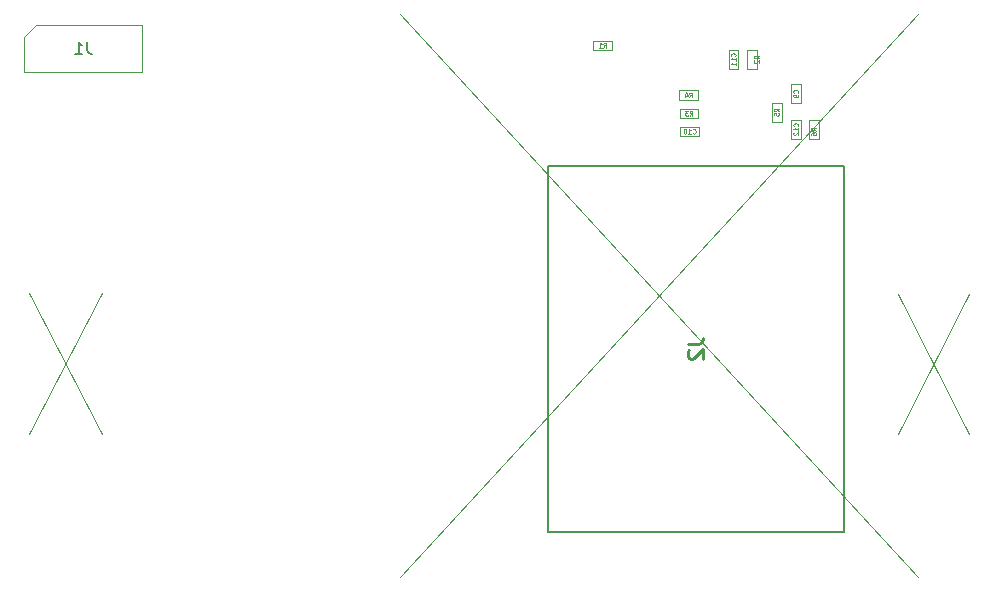
<source format=gbr>
G04 #@! TF.GenerationSoftware,KiCad,Pcbnew,9.0.0*
G04 #@! TF.CreationDate,2025-09-02T12:19:59+03:00*
G04 #@! TF.ProjectId,GSM_SMA_V1.0,47534d5f-534d-4415-9f56-312e302e6b69,rev?*
G04 #@! TF.SameCoordinates,Original*
G04 #@! TF.FileFunction,AssemblyDrawing,Bot*
%FSLAX46Y46*%
G04 Gerber Fmt 4.6, Leading zero omitted, Abs format (unit mm)*
G04 Created by KiCad (PCBNEW 9.0.0) date 2025-09-02 12:19:59*
%MOMM*%
%LPD*%
G01*
G04 APERTURE LIST*
%ADD10C,0.060000*%
%ADD11C,0.150000*%
%ADD12C,0.254000*%
%ADD13C,0.100000*%
%ADD14C,0.200000*%
G04 APERTURE END LIST*
D10*
X142133832Y-86262857D02*
X142152880Y-86243809D01*
X142152880Y-86243809D02*
X142171927Y-86186667D01*
X142171927Y-86186667D02*
X142171927Y-86148571D01*
X142171927Y-86148571D02*
X142152880Y-86091428D01*
X142152880Y-86091428D02*
X142114784Y-86053333D01*
X142114784Y-86053333D02*
X142076689Y-86034286D01*
X142076689Y-86034286D02*
X142000499Y-86015238D01*
X142000499Y-86015238D02*
X141943356Y-86015238D01*
X141943356Y-86015238D02*
X141867165Y-86034286D01*
X141867165Y-86034286D02*
X141829070Y-86053333D01*
X141829070Y-86053333D02*
X141790975Y-86091428D01*
X141790975Y-86091428D02*
X141771927Y-86148571D01*
X141771927Y-86148571D02*
X141771927Y-86186667D01*
X141771927Y-86186667D02*
X141790975Y-86243809D01*
X141790975Y-86243809D02*
X141810022Y-86262857D01*
X142171927Y-86643809D02*
X142171927Y-86415238D01*
X142171927Y-86529524D02*
X141771927Y-86529524D01*
X141771927Y-86529524D02*
X141829070Y-86491428D01*
X141829070Y-86491428D02*
X141867165Y-86453333D01*
X141867165Y-86453333D02*
X141886213Y-86415238D01*
X141810022Y-86796190D02*
X141790975Y-86815238D01*
X141790975Y-86815238D02*
X141771927Y-86853333D01*
X141771927Y-86853333D02*
X141771927Y-86948571D01*
X141771927Y-86948571D02*
X141790975Y-86986666D01*
X141790975Y-86986666D02*
X141810022Y-87005714D01*
X141810022Y-87005714D02*
X141848118Y-87024761D01*
X141848118Y-87024761D02*
X141886213Y-87024761D01*
X141886213Y-87024761D02*
X141943356Y-87005714D01*
X141943356Y-87005714D02*
X142171927Y-86777142D01*
X142171927Y-86777142D02*
X142171927Y-87024761D01*
X138839427Y-80518333D02*
X138648951Y-80385000D01*
X138839427Y-80289762D02*
X138439427Y-80289762D01*
X138439427Y-80289762D02*
X138439427Y-80442143D01*
X138439427Y-80442143D02*
X138458475Y-80480238D01*
X138458475Y-80480238D02*
X138477522Y-80499285D01*
X138477522Y-80499285D02*
X138515618Y-80518333D01*
X138515618Y-80518333D02*
X138572760Y-80518333D01*
X138572760Y-80518333D02*
X138610856Y-80499285D01*
X138610856Y-80499285D02*
X138629903Y-80480238D01*
X138629903Y-80480238D02*
X138648951Y-80442143D01*
X138648951Y-80442143D02*
X138648951Y-80289762D01*
X138477522Y-80670714D02*
X138458475Y-80689762D01*
X138458475Y-80689762D02*
X138439427Y-80727857D01*
X138439427Y-80727857D02*
X138439427Y-80823095D01*
X138439427Y-80823095D02*
X138458475Y-80861190D01*
X138458475Y-80861190D02*
X138477522Y-80880238D01*
X138477522Y-80880238D02*
X138515618Y-80899285D01*
X138515618Y-80899285D02*
X138553713Y-80899285D01*
X138553713Y-80899285D02*
X138610856Y-80880238D01*
X138610856Y-80880238D02*
X138839427Y-80651666D01*
X138839427Y-80651666D02*
X138839427Y-80899285D01*
X133237142Y-86853832D02*
X133256190Y-86872880D01*
X133256190Y-86872880D02*
X133313332Y-86891927D01*
X133313332Y-86891927D02*
X133351428Y-86891927D01*
X133351428Y-86891927D02*
X133408571Y-86872880D01*
X133408571Y-86872880D02*
X133446666Y-86834784D01*
X133446666Y-86834784D02*
X133465713Y-86796689D01*
X133465713Y-86796689D02*
X133484761Y-86720499D01*
X133484761Y-86720499D02*
X133484761Y-86663356D01*
X133484761Y-86663356D02*
X133465713Y-86587165D01*
X133465713Y-86587165D02*
X133446666Y-86549070D01*
X133446666Y-86549070D02*
X133408571Y-86510975D01*
X133408571Y-86510975D02*
X133351428Y-86491927D01*
X133351428Y-86491927D02*
X133313332Y-86491927D01*
X133313332Y-86491927D02*
X133256190Y-86510975D01*
X133256190Y-86510975D02*
X133237142Y-86530022D01*
X132856190Y-86891927D02*
X133084761Y-86891927D01*
X132970475Y-86891927D02*
X132970475Y-86491927D01*
X132970475Y-86491927D02*
X133008571Y-86549070D01*
X133008571Y-86549070D02*
X133046666Y-86587165D01*
X133046666Y-86587165D02*
X133084761Y-86606213D01*
X132608571Y-86491927D02*
X132570476Y-86491927D01*
X132570476Y-86491927D02*
X132532380Y-86510975D01*
X132532380Y-86510975D02*
X132513333Y-86530022D01*
X132513333Y-86530022D02*
X132494285Y-86568118D01*
X132494285Y-86568118D02*
X132475238Y-86644308D01*
X132475238Y-86644308D02*
X132475238Y-86739546D01*
X132475238Y-86739546D02*
X132494285Y-86815737D01*
X132494285Y-86815737D02*
X132513333Y-86853832D01*
X132513333Y-86853832D02*
X132532380Y-86872880D01*
X132532380Y-86872880D02*
X132570476Y-86891927D01*
X132570476Y-86891927D02*
X132608571Y-86891927D01*
X132608571Y-86891927D02*
X132646666Y-86872880D01*
X132646666Y-86872880D02*
X132665714Y-86853832D01*
X132665714Y-86853832D02*
X132684761Y-86815737D01*
X132684761Y-86815737D02*
X132703809Y-86739546D01*
X132703809Y-86739546D02*
X132703809Y-86644308D01*
X132703809Y-86644308D02*
X132684761Y-86568118D01*
X132684761Y-86568118D02*
X132665714Y-86530022D01*
X132665714Y-86530022D02*
X132646666Y-86510975D01*
X132646666Y-86510975D02*
X132608571Y-86491927D01*
X125686666Y-79601927D02*
X125819999Y-79411451D01*
X125915237Y-79601927D02*
X125915237Y-79201927D01*
X125915237Y-79201927D02*
X125762856Y-79201927D01*
X125762856Y-79201927D02*
X125724761Y-79220975D01*
X125724761Y-79220975D02*
X125705714Y-79240022D01*
X125705714Y-79240022D02*
X125686666Y-79278118D01*
X125686666Y-79278118D02*
X125686666Y-79335260D01*
X125686666Y-79335260D02*
X125705714Y-79373356D01*
X125705714Y-79373356D02*
X125724761Y-79392403D01*
X125724761Y-79392403D02*
X125762856Y-79411451D01*
X125762856Y-79411451D02*
X125915237Y-79411451D01*
X125305714Y-79601927D02*
X125534285Y-79601927D01*
X125419999Y-79601927D02*
X125419999Y-79201927D01*
X125419999Y-79201927D02*
X125458095Y-79259070D01*
X125458095Y-79259070D02*
X125496190Y-79297165D01*
X125496190Y-79297165D02*
X125534285Y-79316213D01*
X132966666Y-83811927D02*
X133099999Y-83621451D01*
X133195237Y-83811927D02*
X133195237Y-83411927D01*
X133195237Y-83411927D02*
X133042856Y-83411927D01*
X133042856Y-83411927D02*
X133004761Y-83430975D01*
X133004761Y-83430975D02*
X132985714Y-83450022D01*
X132985714Y-83450022D02*
X132966666Y-83488118D01*
X132966666Y-83488118D02*
X132966666Y-83545260D01*
X132966666Y-83545260D02*
X132985714Y-83583356D01*
X132985714Y-83583356D02*
X133004761Y-83602403D01*
X133004761Y-83602403D02*
X133042856Y-83621451D01*
X133042856Y-83621451D02*
X133195237Y-83621451D01*
X132623809Y-83545260D02*
X132623809Y-83811927D01*
X132719047Y-83392880D02*
X132814285Y-83678594D01*
X132814285Y-83678594D02*
X132566666Y-83678594D01*
X136838832Y-80337857D02*
X136857880Y-80318809D01*
X136857880Y-80318809D02*
X136876927Y-80261667D01*
X136876927Y-80261667D02*
X136876927Y-80223571D01*
X136876927Y-80223571D02*
X136857880Y-80166428D01*
X136857880Y-80166428D02*
X136819784Y-80128333D01*
X136819784Y-80128333D02*
X136781689Y-80109286D01*
X136781689Y-80109286D02*
X136705499Y-80090238D01*
X136705499Y-80090238D02*
X136648356Y-80090238D01*
X136648356Y-80090238D02*
X136572165Y-80109286D01*
X136572165Y-80109286D02*
X136534070Y-80128333D01*
X136534070Y-80128333D02*
X136495975Y-80166428D01*
X136495975Y-80166428D02*
X136476927Y-80223571D01*
X136476927Y-80223571D02*
X136476927Y-80261667D01*
X136476927Y-80261667D02*
X136495975Y-80318809D01*
X136495975Y-80318809D02*
X136515022Y-80337857D01*
X136876927Y-80718809D02*
X136876927Y-80490238D01*
X136876927Y-80604524D02*
X136476927Y-80604524D01*
X136476927Y-80604524D02*
X136534070Y-80566428D01*
X136534070Y-80566428D02*
X136572165Y-80528333D01*
X136572165Y-80528333D02*
X136591213Y-80490238D01*
X136876927Y-81099761D02*
X136876927Y-80871190D01*
X136876927Y-80985476D02*
X136476927Y-80985476D01*
X136476927Y-80985476D02*
X136534070Y-80947380D01*
X136534070Y-80947380D02*
X136572165Y-80909285D01*
X136572165Y-80909285D02*
X136591213Y-80871190D01*
D11*
X81983333Y-79124819D02*
X81983333Y-79839104D01*
X81983333Y-79839104D02*
X82030952Y-79981961D01*
X82030952Y-79981961D02*
X82126190Y-80077200D01*
X82126190Y-80077200D02*
X82269047Y-80124819D01*
X82269047Y-80124819D02*
X82364285Y-80124819D01*
X80983333Y-80124819D02*
X81554761Y-80124819D01*
X81269047Y-80124819D02*
X81269047Y-79124819D01*
X81269047Y-79124819D02*
X81364285Y-79267676D01*
X81364285Y-79267676D02*
X81459523Y-79362914D01*
X81459523Y-79362914D02*
X81554761Y-79410533D01*
D10*
X132996666Y-85361927D02*
X133129999Y-85171451D01*
X133225237Y-85361927D02*
X133225237Y-84961927D01*
X133225237Y-84961927D02*
X133072856Y-84961927D01*
X133072856Y-84961927D02*
X133034761Y-84980975D01*
X133034761Y-84980975D02*
X133015714Y-85000022D01*
X133015714Y-85000022D02*
X132996666Y-85038118D01*
X132996666Y-85038118D02*
X132996666Y-85095260D01*
X132996666Y-85095260D02*
X133015714Y-85133356D01*
X133015714Y-85133356D02*
X133034761Y-85152403D01*
X133034761Y-85152403D02*
X133072856Y-85171451D01*
X133072856Y-85171451D02*
X133225237Y-85171451D01*
X132863333Y-84961927D02*
X132615714Y-84961927D01*
X132615714Y-84961927D02*
X132749047Y-85114308D01*
X132749047Y-85114308D02*
X132691904Y-85114308D01*
X132691904Y-85114308D02*
X132653809Y-85133356D01*
X132653809Y-85133356D02*
X132634761Y-85152403D01*
X132634761Y-85152403D02*
X132615714Y-85190499D01*
X132615714Y-85190499D02*
X132615714Y-85285737D01*
X132615714Y-85285737D02*
X132634761Y-85323832D01*
X132634761Y-85323832D02*
X132653809Y-85342880D01*
X132653809Y-85342880D02*
X132691904Y-85361927D01*
X132691904Y-85361927D02*
X132806190Y-85361927D01*
X132806190Y-85361927D02*
X132844285Y-85342880D01*
X132844285Y-85342880D02*
X132863333Y-85323832D01*
X140531927Y-84993333D02*
X140341451Y-84860000D01*
X140531927Y-84764762D02*
X140131927Y-84764762D01*
X140131927Y-84764762D02*
X140131927Y-84917143D01*
X140131927Y-84917143D02*
X140150975Y-84955238D01*
X140150975Y-84955238D02*
X140170022Y-84974285D01*
X140170022Y-84974285D02*
X140208118Y-84993333D01*
X140208118Y-84993333D02*
X140265260Y-84993333D01*
X140265260Y-84993333D02*
X140303356Y-84974285D01*
X140303356Y-84974285D02*
X140322403Y-84955238D01*
X140322403Y-84955238D02*
X140341451Y-84917143D01*
X140341451Y-84917143D02*
X140341451Y-84764762D01*
X140131927Y-85355238D02*
X140131927Y-85164762D01*
X140131927Y-85164762D02*
X140322403Y-85145714D01*
X140322403Y-85145714D02*
X140303356Y-85164762D01*
X140303356Y-85164762D02*
X140284308Y-85202857D01*
X140284308Y-85202857D02*
X140284308Y-85298095D01*
X140284308Y-85298095D02*
X140303356Y-85336190D01*
X140303356Y-85336190D02*
X140322403Y-85355238D01*
X140322403Y-85355238D02*
X140360499Y-85374285D01*
X140360499Y-85374285D02*
X140455737Y-85374285D01*
X140455737Y-85374285D02*
X140493832Y-85355238D01*
X140493832Y-85355238D02*
X140512880Y-85336190D01*
X140512880Y-85336190D02*
X140531927Y-85298095D01*
X140531927Y-85298095D02*
X140531927Y-85202857D01*
X140531927Y-85202857D02*
X140512880Y-85164762D01*
X140512880Y-85164762D02*
X140493832Y-85145714D01*
D12*
X132824318Y-104666667D02*
X133731461Y-104666667D01*
X133731461Y-104666667D02*
X133912889Y-104606190D01*
X133912889Y-104606190D02*
X134033842Y-104485238D01*
X134033842Y-104485238D02*
X134094318Y-104303809D01*
X134094318Y-104303809D02*
X134094318Y-104182857D01*
X132945270Y-105210952D02*
X132884794Y-105271428D01*
X132884794Y-105271428D02*
X132824318Y-105392381D01*
X132824318Y-105392381D02*
X132824318Y-105694762D01*
X132824318Y-105694762D02*
X132884794Y-105815714D01*
X132884794Y-105815714D02*
X132945270Y-105876190D01*
X132945270Y-105876190D02*
X133066222Y-105936667D01*
X133066222Y-105936667D02*
X133187175Y-105936667D01*
X133187175Y-105936667D02*
X133368603Y-105876190D01*
X133368603Y-105876190D02*
X134094318Y-105150476D01*
X134094318Y-105150476D02*
X134094318Y-105936667D01*
D10*
X142133832Y-83428333D02*
X142152880Y-83409285D01*
X142152880Y-83409285D02*
X142171927Y-83352143D01*
X142171927Y-83352143D02*
X142171927Y-83314047D01*
X142171927Y-83314047D02*
X142152880Y-83256904D01*
X142152880Y-83256904D02*
X142114784Y-83218809D01*
X142114784Y-83218809D02*
X142076689Y-83199762D01*
X142076689Y-83199762D02*
X142000499Y-83180714D01*
X142000499Y-83180714D02*
X141943356Y-83180714D01*
X141943356Y-83180714D02*
X141867165Y-83199762D01*
X141867165Y-83199762D02*
X141829070Y-83218809D01*
X141829070Y-83218809D02*
X141790975Y-83256904D01*
X141790975Y-83256904D02*
X141771927Y-83314047D01*
X141771927Y-83314047D02*
X141771927Y-83352143D01*
X141771927Y-83352143D02*
X141790975Y-83409285D01*
X141790975Y-83409285D02*
X141810022Y-83428333D01*
X142171927Y-83618809D02*
X142171927Y-83695000D01*
X142171927Y-83695000D02*
X142152880Y-83733095D01*
X142152880Y-83733095D02*
X142133832Y-83752143D01*
X142133832Y-83752143D02*
X142076689Y-83790238D01*
X142076689Y-83790238D02*
X142000499Y-83809285D01*
X142000499Y-83809285D02*
X141848118Y-83809285D01*
X141848118Y-83809285D02*
X141810022Y-83790238D01*
X141810022Y-83790238D02*
X141790975Y-83771190D01*
X141790975Y-83771190D02*
X141771927Y-83733095D01*
X141771927Y-83733095D02*
X141771927Y-83656904D01*
X141771927Y-83656904D02*
X141790975Y-83618809D01*
X141790975Y-83618809D02*
X141810022Y-83599762D01*
X141810022Y-83599762D02*
X141848118Y-83580714D01*
X141848118Y-83580714D02*
X141943356Y-83580714D01*
X141943356Y-83580714D02*
X141981451Y-83599762D01*
X141981451Y-83599762D02*
X142000499Y-83618809D01*
X142000499Y-83618809D02*
X142019546Y-83656904D01*
X142019546Y-83656904D02*
X142019546Y-83733095D01*
X142019546Y-83733095D02*
X142000499Y-83771190D01*
X142000499Y-83771190D02*
X141981451Y-83790238D01*
X141981451Y-83790238D02*
X141943356Y-83809285D01*
X143691927Y-86633333D02*
X143501451Y-86500000D01*
X143691927Y-86404762D02*
X143291927Y-86404762D01*
X143291927Y-86404762D02*
X143291927Y-86557143D01*
X143291927Y-86557143D02*
X143310975Y-86595238D01*
X143310975Y-86595238D02*
X143330022Y-86614285D01*
X143330022Y-86614285D02*
X143368118Y-86633333D01*
X143368118Y-86633333D02*
X143425260Y-86633333D01*
X143425260Y-86633333D02*
X143463356Y-86614285D01*
X143463356Y-86614285D02*
X143482403Y-86595238D01*
X143482403Y-86595238D02*
X143501451Y-86557143D01*
X143501451Y-86557143D02*
X143501451Y-86404762D01*
X143291927Y-86976190D02*
X143291927Y-86900000D01*
X143291927Y-86900000D02*
X143310975Y-86861904D01*
X143310975Y-86861904D02*
X143330022Y-86842857D01*
X143330022Y-86842857D02*
X143387165Y-86804762D01*
X143387165Y-86804762D02*
X143463356Y-86785714D01*
X143463356Y-86785714D02*
X143615737Y-86785714D01*
X143615737Y-86785714D02*
X143653832Y-86804762D01*
X143653832Y-86804762D02*
X143672880Y-86823809D01*
X143672880Y-86823809D02*
X143691927Y-86861904D01*
X143691927Y-86861904D02*
X143691927Y-86938095D01*
X143691927Y-86938095D02*
X143672880Y-86976190D01*
X143672880Y-86976190D02*
X143653832Y-86995238D01*
X143653832Y-86995238D02*
X143615737Y-87014285D01*
X143615737Y-87014285D02*
X143520499Y-87014285D01*
X143520499Y-87014285D02*
X143482403Y-86995238D01*
X143482403Y-86995238D02*
X143463356Y-86976190D01*
X143463356Y-86976190D02*
X143444308Y-86938095D01*
X143444308Y-86938095D02*
X143444308Y-86861904D01*
X143444308Y-86861904D02*
X143463356Y-86823809D01*
X143463356Y-86823809D02*
X143482403Y-86804762D01*
X143482403Y-86804762D02*
X143520499Y-86785714D01*
D13*
X141590000Y-85720000D02*
X142390000Y-85720000D01*
X141590000Y-87320000D02*
X141590000Y-85720000D01*
X142390000Y-85720000D02*
X142390000Y-87320000D01*
X142390000Y-87320000D02*
X141590000Y-87320000D01*
X137832500Y-79785000D02*
X138657500Y-79785000D01*
X137832500Y-81385000D02*
X137832500Y-79785000D01*
X138657500Y-79785000D02*
X138657500Y-81385000D01*
X138657500Y-81385000D02*
X137832500Y-81385000D01*
X132180000Y-86310000D02*
X133780000Y-86310000D01*
X132180000Y-87110000D02*
X132180000Y-86310000D01*
X133780000Y-86310000D02*
X133780000Y-87110000D01*
X133780000Y-87110000D02*
X132180000Y-87110000D01*
X124820000Y-79007500D02*
X124820000Y-79832500D01*
X124820000Y-79832500D02*
X126420000Y-79832500D01*
X126420000Y-79007500D02*
X124820000Y-79007500D01*
X126420000Y-79832500D02*
X126420000Y-79007500D01*
X132100000Y-83217500D02*
X133700000Y-83217500D01*
X132100000Y-84042500D02*
X132100000Y-83217500D01*
X133700000Y-83217500D02*
X133700000Y-84042500D01*
X133700000Y-84042500D02*
X132100000Y-84042500D01*
X136295000Y-79795000D02*
X137095000Y-79795000D01*
X136295000Y-81395000D02*
X136295000Y-79795000D01*
X137095000Y-79795000D02*
X137095000Y-81395000D01*
X137095000Y-81395000D02*
X136295000Y-81395000D01*
X76650000Y-78670000D02*
X77650000Y-77670000D01*
X76650000Y-81670000D02*
X76650000Y-78670000D01*
X77650000Y-77670000D02*
X86650000Y-77670000D01*
X86650000Y-77670000D02*
X86650000Y-81670000D01*
X86650000Y-81670000D02*
X76650000Y-81670000D01*
X132130000Y-84767500D02*
X133730000Y-84767500D01*
X132130000Y-85592500D02*
X132130000Y-84767500D01*
X133730000Y-84767500D02*
X133730000Y-85592500D01*
X133730000Y-85592500D02*
X132130000Y-85592500D01*
X139957500Y-84265000D02*
X140782500Y-84265000D01*
X139957500Y-85865000D02*
X139957500Y-84265000D01*
X140782500Y-84265000D02*
X140782500Y-85865000D01*
X140782500Y-85865000D02*
X139957500Y-85865000D01*
D14*
X121020000Y-89590000D02*
X146020000Y-89590000D01*
X121020000Y-120590000D02*
X121020000Y-89590000D01*
X146020000Y-89590000D02*
X146020000Y-120590000D01*
X146020000Y-120590000D02*
X121020000Y-120590000D01*
D13*
X141590000Y-82695000D02*
X142390000Y-82695000D01*
X141590000Y-84295000D02*
X141590000Y-82695000D01*
X142390000Y-82695000D02*
X142390000Y-84295000D01*
X142390000Y-84295000D02*
X141590000Y-84295000D01*
X143097500Y-85720000D02*
X143922500Y-85720000D01*
X143097500Y-87320000D02*
X143097500Y-85720000D01*
X143922500Y-85720000D02*
X143922500Y-87320000D01*
X143922500Y-87320000D02*
X143097500Y-87320000D01*
X77010000Y-100370000D02*
X83250000Y-112299819D01*
X77010000Y-112299819D02*
X83250000Y-100370000D01*
X150610000Y-100470000D02*
X156650000Y-112299819D01*
X150610000Y-112299819D02*
X156650000Y-100470000D01*
X108460000Y-76800000D02*
X152320028Y-124454768D01*
X108460000Y-124454768D02*
X152320028Y-76800000D01*
M02*

</source>
